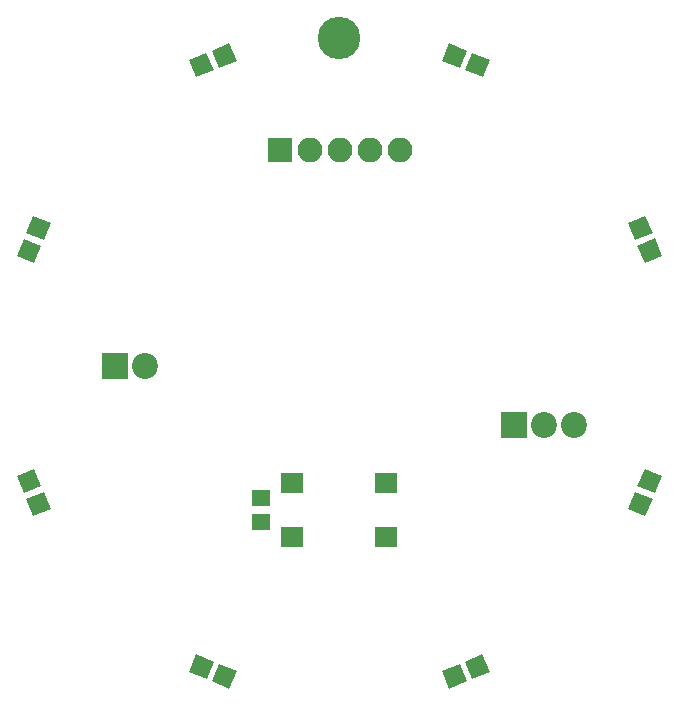
<source format=gts>
G04 #@! TF.FileFunction,Soldermask,Top*
%FSLAX46Y46*%
G04 Gerber Fmt 4.6, Leading zero omitted, Abs format (unit mm)*
G04 Created by KiCad (PCBNEW 4.0.7) date Thursday, April 26, 2018 'PMt' 01:22:00 PM*
%MOMM*%
%LPD*%
G01*
G04 APERTURE LIST*
%ADD10C,0.100000*%
%ADD11R,1.650000X1.400000*%
%ADD12R,2.200000X2.200000*%
%ADD13C,2.200000*%
%ADD14R,2.100000X2.100000*%
%ADD15O,2.100000X2.100000*%
%ADD16R,1.950000X1.700000*%
%ADD17C,3.600000*%
G04 APERTURE END LIST*
D10*
D11*
X93350000Y-113200000D03*
X93350000Y-111200000D03*
D10*
G36*
X87276313Y-125901211D02*
X87888178Y-124424038D01*
X89365351Y-125035903D01*
X88753486Y-126513076D01*
X87276313Y-125901211D01*
X87276313Y-125901211D01*
G37*
G36*
X89214649Y-126704097D02*
X89826514Y-125226924D01*
X91303687Y-125838789D01*
X90691822Y-127315962D01*
X89214649Y-126704097D01*
X89214649Y-126704097D01*
G37*
G36*
X74098789Y-87276313D02*
X75575962Y-87888178D01*
X74964097Y-89365351D01*
X73486924Y-88753486D01*
X74098789Y-87276313D01*
X74098789Y-87276313D01*
G37*
G36*
X73295903Y-89214649D02*
X74773076Y-89826514D01*
X74161211Y-91303687D01*
X72684038Y-90691822D01*
X73295903Y-89214649D01*
X73295903Y-89214649D01*
G37*
G36*
X108706313Y-74161211D02*
X109318178Y-72684038D01*
X110795351Y-73295903D01*
X110183486Y-74773076D01*
X108706313Y-74161211D01*
X108706313Y-74161211D01*
G37*
G36*
X110644649Y-74964097D02*
X111256514Y-73486924D01*
X112733687Y-74098789D01*
X112121822Y-75575962D01*
X110644649Y-74964097D01*
X110644649Y-74964097D01*
G37*
G36*
X90681822Y-72684038D02*
X91293687Y-74161211D01*
X89816514Y-74773076D01*
X89204649Y-73295903D01*
X90681822Y-72684038D01*
X90681822Y-72684038D01*
G37*
G36*
X88743486Y-73486924D02*
X89355351Y-74964097D01*
X87878178Y-75575962D01*
X87266313Y-74098789D01*
X88743486Y-73486924D01*
X88743486Y-73486924D01*
G37*
G36*
X72684038Y-109318178D02*
X74161211Y-108706313D01*
X74773076Y-110183486D01*
X73295903Y-110795351D01*
X72684038Y-109318178D01*
X72684038Y-109318178D01*
G37*
G36*
X73486924Y-111256514D02*
X74964097Y-110644649D01*
X75575962Y-112121822D01*
X74098789Y-112733687D01*
X73486924Y-111256514D01*
X73486924Y-111256514D01*
G37*
G36*
X125838789Y-108696313D02*
X127315962Y-109308178D01*
X126704097Y-110785351D01*
X125226924Y-110173486D01*
X125838789Y-108696313D01*
X125838789Y-108696313D01*
G37*
G36*
X125035903Y-110634649D02*
X126513076Y-111246514D01*
X125901211Y-112723687D01*
X124424038Y-112111822D01*
X125035903Y-110634649D01*
X125035903Y-110634649D01*
G37*
G36*
X124424038Y-87878178D02*
X125901211Y-87266313D01*
X126513076Y-88743486D01*
X125035903Y-89355351D01*
X124424038Y-87878178D01*
X124424038Y-87878178D01*
G37*
G36*
X125226924Y-89816514D02*
X126704097Y-89204649D01*
X127315962Y-90681822D01*
X125838789Y-91293687D01*
X125226924Y-89816514D01*
X125226924Y-89816514D01*
G37*
G36*
X112111822Y-124424038D02*
X112723687Y-125901211D01*
X111246514Y-126513076D01*
X110634649Y-125035903D01*
X112111822Y-124424038D01*
X112111822Y-124424038D01*
G37*
G36*
X110173486Y-125226924D02*
X110785351Y-126704097D01*
X109308178Y-127315962D01*
X108696313Y-125838789D01*
X110173486Y-125226924D01*
X110173486Y-125226924D01*
G37*
D12*
X81000000Y-100000000D03*
D13*
X83540000Y-100000000D03*
D14*
X94940000Y-81750000D03*
D15*
X97480000Y-81750000D03*
X100020000Y-81750000D03*
X102560000Y-81750000D03*
X105100000Y-81750000D03*
D16*
X96025000Y-114450000D03*
X96025000Y-109950000D03*
X103975000Y-109950000D03*
X103975000Y-114450000D03*
D17*
X100000000Y-72200000D03*
D12*
X114800000Y-105000000D03*
D13*
X117340000Y-105000000D03*
X119880000Y-105000000D03*
M02*

</source>
